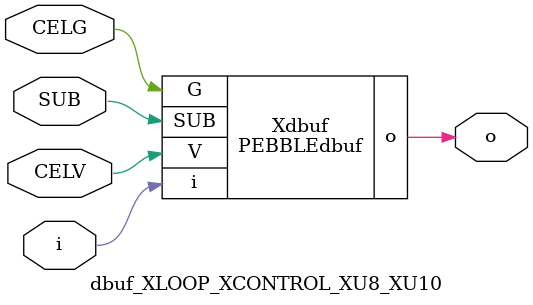
<source format=v>



module PEBBLEdbuf ( o, G, SUB, V, i );

  input V;
  input i;
  input G;
  output o;
  input SUB;
endmodule

//Celera Confidential Do Not Copy dbuf_XLOOP_XCONTROL_XU8_XU10
//Celera Confidential Symbol Generator
//Digital Buffer
module dbuf_XLOOP_XCONTROL_XU8_XU10 (CELV,CELG,i,o,SUB);
input CELV;
input CELG;
input i;
input SUB;
output o;

//Celera Confidential Do Not Copy dbuf
PEBBLEdbuf Xdbuf(
.V (CELV),
.i (i),
.o (o),
.SUB (SUB),
.G (CELG)
);
//,diesize,PEBBLEdbuf

//Celera Confidential Do Not Copy Module End
//Celera Schematic Generator
endmodule

</source>
